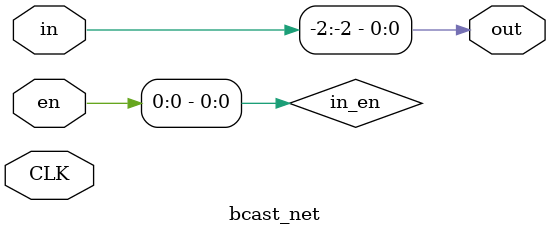
<source format=v>
`timescale 1ns / 1ps
/*
 * This software is Copyright (c) 2018 Denis Burykin
 * [denis_burykin yahoo com], [denis-burykin2014 yandex ru]
 * and it is hereby released to the general public under the following terms:
 * Redistribution and use in source and binary forms, with or without
 * modification, are permitted.
 *
 */

//
// Network for broadcast signals
//
module bcast_net #(
	parameter BCAST_WIDTH = -1,
	parameter N_NODES = -1,
	parameter [8*N_NODES-1 :0] NODES_CONF = 0
	)(
	input CLK,
	input en,
	// entry to the network
	input [BCAST_WIDTH-1 :0] in,
	// output from nodes
	output [N_NODES*BCAST_WIDTH-1 :0] out
	);

	// Node #0 is the entry to the network (unregistered)
	assign out[0 +:BCAST_WIDTH] = in;

	wire [N_NODES-1:0] in_en;
	assign in_en[0] = en;

	genvar i;
	generate
	for (i=1; i < N_NODES; i=i+1) begin:node

		localparam UPPER_NODE = NODES_CONF[8*i +:8];

		(* SHREG_EXTRACT="no", EQUIVALENT_REGISTER_REMOVAL="no" *)
		reg [1 + BCAST_WIDTH-1 :0] r; // +1 for 'en'
		assign out [i*BCAST_WIDTH +:BCAST_WIDTH] = r [BCAST_WIDTH-1 :0];
		assign in_en[i] = r[BCAST_WIDTH];
		
		always @(posedge CLK) begin
			r[BCAST_WIDTH] <= in_en[UPPER_NODE];
			if (in_en[UPPER_NODE])
				r[BCAST_WIDTH-1 :0]
					<= out [UPPER_NODE*BCAST_WIDTH +:BCAST_WIDTH];
		end
		
	end
	endgenerate


endmodule

</source>
